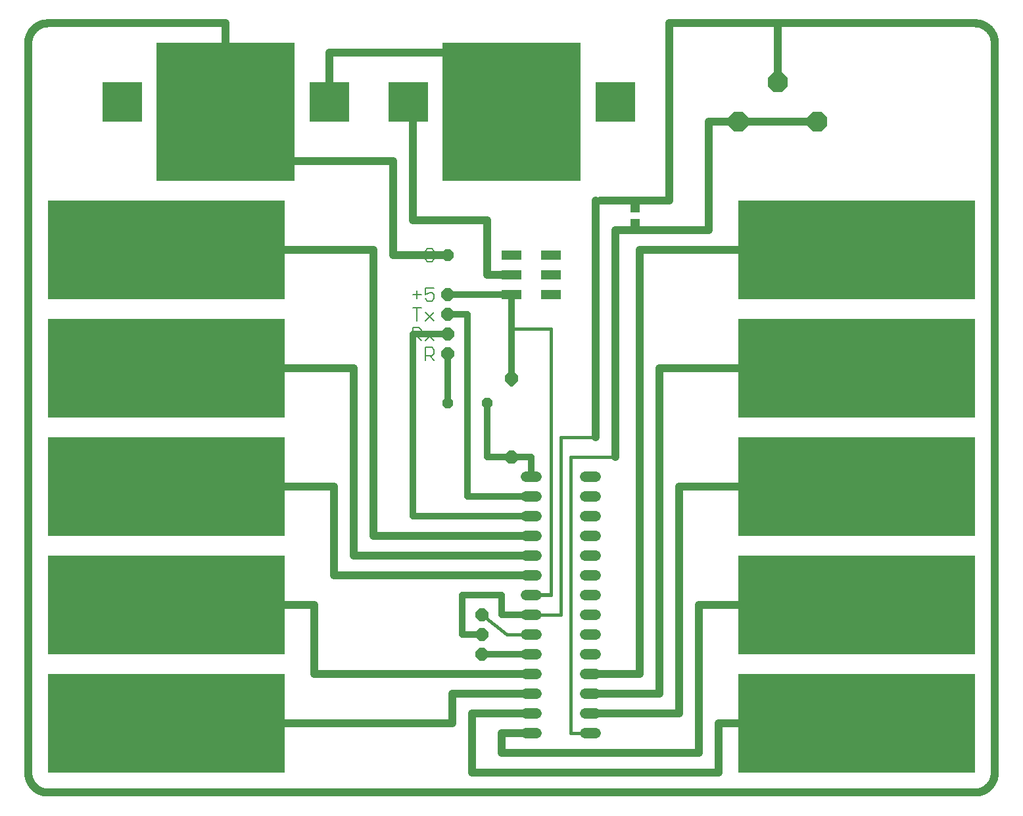
<source format=gbr>
G04 EAGLE Gerber RS-274X export*
G75*
%MOMM*%
%FSLAX34Y34*%
%LPD*%
%INTop Copper*%
%IPPOS*%
%AMOC8*
5,1,8,0,0,1.08239X$1,22.5*%
G01*
%ADD10R,30.480000X12.700000*%
%ADD11R,2.540000X1.270000*%
%ADD12C,0.152400*%
%ADD13R,17.780000X17.780000*%
%ADD14R,5.080000X5.080000*%
%ADD15C,1.320800*%
%ADD16P,1.429621X8X22.500000*%
%ADD17P,1.814519X8X112.500000*%
%ADD18R,1.200000X1.200000*%
%ADD19C,1.016000*%
%ADD20P,1.787026X8X22.500000*%
%ADD21C,0.812800*%
%ADD22C,0.406400*%
%ADD23P,2.749271X8X22.500000*%
%ADD24P,1.649562X8X22.500000*%
%ADD25C,0.508000*%


D10*
X190500Y711200D03*
X190500Y558800D03*
X190500Y406400D03*
X190500Y254000D03*
X190500Y101600D03*
X1079500Y711200D03*
X1079500Y558800D03*
X1079500Y406400D03*
X1079500Y254000D03*
X1079500Y101600D03*
D11*
X685800Y679450D03*
X685800Y654050D03*
X685800Y654050D03*
X635000Y679450D03*
X635000Y654050D03*
X685800Y704850D03*
X635000Y704850D03*
D12*
X524140Y585992D02*
X524140Y569722D01*
X524140Y585992D02*
X532275Y585992D01*
X534987Y583280D01*
X534987Y577857D01*
X532275Y575145D01*
X524140Y575145D01*
X529564Y575145D02*
X534987Y569722D01*
X507769Y595122D02*
X507769Y611392D01*
X515904Y611392D01*
X518615Y608680D01*
X518615Y603257D01*
X515904Y600545D01*
X507769Y600545D01*
X513192Y600545D02*
X518615Y595122D01*
X524140Y605969D02*
X534987Y595122D01*
X524140Y595122D02*
X534987Y605969D01*
X513192Y620522D02*
X513192Y636792D01*
X507769Y636792D02*
X518615Y636792D01*
X524140Y631369D02*
X534987Y620522D01*
X524140Y620522D02*
X534987Y631369D01*
X518615Y654057D02*
X507769Y654057D01*
X513192Y659480D02*
X513192Y648634D01*
X524140Y662192D02*
X534987Y662192D01*
X524140Y662192D02*
X524140Y654057D01*
X529564Y656769D01*
X532275Y656769D01*
X534987Y654057D01*
X534987Y648634D01*
X532275Y645922D01*
X526852Y645922D01*
X524140Y648634D01*
X534987Y710280D02*
X532275Y712992D01*
X526852Y712992D01*
X524140Y710280D01*
X524140Y699434D01*
X526852Y696722D01*
X532275Y696722D01*
X534987Y699434D01*
X534987Y704857D01*
X529564Y704857D01*
D13*
X635000Y889000D03*
X266700Y889000D03*
D14*
X400050Y901700D03*
X133350Y901700D03*
X768350Y901700D03*
X501650Y901700D03*
D15*
X653796Y419100D02*
X667004Y419100D01*
X667004Y393700D02*
X653796Y393700D01*
X653796Y368300D02*
X667004Y368300D01*
X667004Y342900D02*
X653796Y342900D01*
X653796Y317500D02*
X667004Y317500D01*
X667004Y292100D02*
X653796Y292100D01*
X653796Y266700D02*
X667004Y266700D01*
X667004Y241300D02*
X653796Y241300D01*
X653796Y215900D02*
X667004Y215900D01*
X667004Y190500D02*
X653796Y190500D01*
X653796Y165100D02*
X667004Y165100D01*
X667004Y139700D02*
X653796Y139700D01*
X653796Y114300D02*
X667004Y114300D01*
X667004Y88900D02*
X653796Y88900D01*
X729996Y88900D02*
X743204Y88900D01*
X743204Y114300D02*
X729996Y114300D01*
X729996Y139700D02*
X743204Y139700D01*
X743204Y165100D02*
X729996Y165100D01*
X729996Y190500D02*
X743204Y190500D01*
X743204Y215900D02*
X729996Y215900D01*
X729996Y241300D02*
X743204Y241300D01*
X743204Y266700D02*
X729996Y266700D01*
X729996Y292100D02*
X743204Y292100D01*
X743204Y317500D02*
X729996Y317500D01*
X729996Y342900D02*
X743204Y342900D01*
X743204Y368300D02*
X729996Y368300D01*
X729996Y393700D02*
X743204Y393700D01*
X743204Y419100D02*
X729996Y419100D01*
D16*
X552450Y514350D03*
X603250Y514350D03*
D17*
X635000Y444500D03*
X635000Y546100D03*
D18*
X793750Y766150D03*
X793750Y745150D03*
D19*
X660400Y342900D02*
X457200Y342900D01*
X457200Y711200D01*
X342900Y711200D01*
X431800Y317500D02*
X660400Y317500D01*
X431800Y317500D02*
X431800Y558800D01*
X342900Y558800D01*
X406400Y292100D02*
X660400Y292100D01*
X406400Y292100D02*
X406400Y406400D01*
X342900Y406400D01*
X381000Y165100D02*
X660400Y165100D01*
X381000Y165100D02*
X381000Y254000D01*
X342900Y254000D01*
X558800Y139700D02*
X660400Y139700D01*
X558800Y139700D02*
X558800Y101600D01*
X342900Y101600D01*
X584200Y114300D02*
X660400Y114300D01*
X584200Y114300D02*
X584200Y38100D01*
X901700Y38100D01*
X901700Y101600D01*
X927100Y101600D01*
X660400Y88900D02*
X622300Y88900D01*
X622300Y63500D01*
X876300Y63500D01*
X876300Y254000D01*
X927100Y254000D01*
X850900Y114300D02*
X736600Y114300D01*
X850900Y114300D02*
X850900Y406400D01*
X927100Y406400D01*
X800100Y165100D02*
X736600Y165100D01*
X800100Y165100D02*
X800100Y711200D01*
X927100Y711200D01*
X825500Y139700D02*
X736600Y139700D01*
X825500Y139700D02*
X825500Y558800D01*
X927100Y558800D01*
D20*
X596900Y190500D03*
D21*
X660400Y190500D01*
D22*
X660400Y215900D02*
X628650Y215900D01*
D20*
X596900Y241300D03*
D22*
X628650Y215900D01*
X711200Y444500D02*
X768350Y444500D01*
D19*
X768350Y736600D01*
D22*
X736600Y88900D02*
X711200Y88900D01*
X711200Y444500D01*
D19*
X768350Y736600D02*
X889000Y736600D01*
X889000Y876300D01*
D23*
X927100Y876300D03*
D19*
X889000Y876300D01*
D23*
X1028700Y876300D03*
D19*
X927100Y876300D01*
D24*
X552450Y704850D03*
D19*
X482600Y704850D01*
X482600Y825500D01*
X355600Y825500D01*
D22*
X660400Y241300D02*
X698500Y241300D01*
D21*
X660400Y241300D02*
X622300Y241300D01*
X622300Y266700D01*
D20*
X596900Y215900D03*
D21*
X622300Y266700D02*
X571500Y266700D01*
X571500Y215900D01*
X596900Y215900D01*
D22*
X698500Y241300D02*
X698500Y469900D01*
X742950Y469900D01*
D19*
X742950Y774700D01*
D25*
X749300Y774700D01*
D19*
X838200Y774700D01*
X838200Y1003300D01*
X977900Y1003300D01*
D23*
X977900Y927100D03*
D19*
X977900Y1003300D01*
X1231900Y1003300D01*
X1232514Y1003293D01*
X1233127Y1003270D01*
X1233740Y1003233D01*
X1234351Y1003181D01*
X1234962Y1003115D01*
X1235570Y1003033D01*
X1236176Y1002937D01*
X1236780Y1002827D01*
X1237381Y1002702D01*
X1237979Y1002562D01*
X1238573Y1002408D01*
X1239163Y1002239D01*
X1239749Y1002057D01*
X1240330Y1001860D01*
X1240907Y1001649D01*
X1241478Y1001425D01*
X1242044Y1001187D01*
X1242604Y1000935D01*
X1243157Y1000669D01*
X1243704Y1000391D01*
X1244244Y1000099D01*
X1244777Y999794D01*
X1245302Y999476D01*
X1245820Y999146D01*
X1246329Y998804D01*
X1246830Y998449D01*
X1247322Y998082D01*
X1247805Y997704D01*
X1248279Y997314D01*
X1248743Y996912D01*
X1249198Y996500D01*
X1249642Y996076D01*
X1250076Y995642D01*
X1250500Y995198D01*
X1250912Y994743D01*
X1251314Y994279D01*
X1251704Y993805D01*
X1252082Y993322D01*
X1252449Y992830D01*
X1252804Y992329D01*
X1253146Y991820D01*
X1253476Y991302D01*
X1253794Y990777D01*
X1254099Y990244D01*
X1254391Y989704D01*
X1254669Y989157D01*
X1254935Y988604D01*
X1255187Y988044D01*
X1255425Y987478D01*
X1255649Y986907D01*
X1255860Y986330D01*
X1256057Y985749D01*
X1256239Y985163D01*
X1256408Y984573D01*
X1256562Y983979D01*
X1256702Y983381D01*
X1256827Y982780D01*
X1256937Y982176D01*
X1257033Y981570D01*
X1257115Y980962D01*
X1257181Y980351D01*
X1257233Y979740D01*
X1257270Y979127D01*
X1257293Y978514D01*
X1257300Y977900D01*
X1257300Y38100D01*
X1257293Y37486D01*
X1257270Y36873D01*
X1257233Y36260D01*
X1257181Y35649D01*
X1257115Y35038D01*
X1257033Y34430D01*
X1256937Y33824D01*
X1256827Y33220D01*
X1256702Y32619D01*
X1256562Y32021D01*
X1256408Y31427D01*
X1256239Y30837D01*
X1256057Y30251D01*
X1255860Y29670D01*
X1255649Y29093D01*
X1255425Y28522D01*
X1255187Y27956D01*
X1254935Y27396D01*
X1254669Y26843D01*
X1254391Y26296D01*
X1254099Y25756D01*
X1253794Y25223D01*
X1253476Y24698D01*
X1253146Y24180D01*
X1252804Y23671D01*
X1252449Y23170D01*
X1252082Y22678D01*
X1251704Y22195D01*
X1251314Y21721D01*
X1250912Y21257D01*
X1250500Y20802D01*
X1250076Y20358D01*
X1249642Y19924D01*
X1249198Y19500D01*
X1248743Y19088D01*
X1248279Y18686D01*
X1247805Y18296D01*
X1247322Y17918D01*
X1246830Y17551D01*
X1246329Y17196D01*
X1245820Y16854D01*
X1245302Y16524D01*
X1244777Y16206D01*
X1244244Y15901D01*
X1243704Y15609D01*
X1243157Y15331D01*
X1242604Y15065D01*
X1242044Y14813D01*
X1241478Y14575D01*
X1240907Y14351D01*
X1240330Y14140D01*
X1239749Y13943D01*
X1239163Y13761D01*
X1238573Y13592D01*
X1237979Y13438D01*
X1237381Y13298D01*
X1236780Y13173D01*
X1236176Y13063D01*
X1235570Y12967D01*
X1234962Y12885D01*
X1234351Y12819D01*
X1233740Y12767D01*
X1233127Y12730D01*
X1232514Y12707D01*
X1231900Y12700D01*
X38100Y12700D01*
X37486Y12707D01*
X36873Y12730D01*
X36260Y12767D01*
X35649Y12819D01*
X35038Y12885D01*
X34430Y12967D01*
X33824Y13063D01*
X33220Y13173D01*
X32619Y13298D01*
X32021Y13438D01*
X31427Y13592D01*
X30837Y13761D01*
X30251Y13943D01*
X29670Y14140D01*
X29093Y14351D01*
X28522Y14575D01*
X27956Y14813D01*
X27396Y15065D01*
X26843Y15331D01*
X26296Y15609D01*
X25756Y15901D01*
X25223Y16206D01*
X24698Y16524D01*
X24180Y16854D01*
X23671Y17196D01*
X23170Y17551D01*
X22678Y17918D01*
X22195Y18296D01*
X21721Y18686D01*
X21257Y19088D01*
X20802Y19500D01*
X20358Y19924D01*
X19924Y20358D01*
X19500Y20802D01*
X19088Y21257D01*
X18686Y21721D01*
X18296Y22195D01*
X17918Y22678D01*
X17551Y23170D01*
X17196Y23671D01*
X16854Y24180D01*
X16524Y24698D01*
X16206Y25223D01*
X15901Y25756D01*
X15609Y26296D01*
X15331Y26843D01*
X15065Y27396D01*
X14813Y27956D01*
X14575Y28522D01*
X14351Y29093D01*
X14140Y29670D01*
X13943Y30251D01*
X13761Y30837D01*
X13592Y31427D01*
X13438Y32021D01*
X13298Y32619D01*
X13173Y33220D01*
X13063Y33824D01*
X12967Y34430D01*
X12885Y35038D01*
X12819Y35649D01*
X12767Y36260D01*
X12730Y36873D01*
X12707Y37486D01*
X12700Y38100D01*
X12700Y977900D01*
X12707Y978514D01*
X12730Y979127D01*
X12767Y979740D01*
X12819Y980351D01*
X12885Y980962D01*
X12967Y981570D01*
X13063Y982176D01*
X13173Y982780D01*
X13298Y983381D01*
X13438Y983979D01*
X13592Y984573D01*
X13761Y985163D01*
X13943Y985749D01*
X14140Y986330D01*
X14351Y986907D01*
X14575Y987478D01*
X14813Y988044D01*
X15065Y988604D01*
X15331Y989157D01*
X15609Y989704D01*
X15901Y990244D01*
X16206Y990777D01*
X16524Y991302D01*
X16854Y991820D01*
X17196Y992329D01*
X17551Y992830D01*
X17918Y993322D01*
X18296Y993805D01*
X18686Y994279D01*
X19088Y994743D01*
X19500Y995198D01*
X19924Y995642D01*
X20358Y996076D01*
X20802Y996500D01*
X21257Y996912D01*
X21721Y997314D01*
X22195Y997704D01*
X22678Y998082D01*
X23170Y998449D01*
X23671Y998804D01*
X24180Y999146D01*
X24698Y999476D01*
X25223Y999794D01*
X25756Y1000099D01*
X26296Y1000391D01*
X26843Y1000669D01*
X27396Y1000935D01*
X27956Y1001187D01*
X28522Y1001425D01*
X29093Y1001649D01*
X29670Y1001860D01*
X30251Y1002057D01*
X30837Y1002239D01*
X31427Y1002408D01*
X32021Y1002562D01*
X32619Y1002702D01*
X33220Y1002827D01*
X33824Y1002937D01*
X34430Y1003033D01*
X35038Y1003115D01*
X35649Y1003181D01*
X36260Y1003233D01*
X36873Y1003270D01*
X37486Y1003293D01*
X38100Y1003300D01*
X266700Y1003300D01*
X266700Y977900D01*
D21*
X635000Y654050D02*
X635000Y539750D01*
X635000Y654050D02*
X552450Y654050D01*
D20*
X552450Y654050D03*
X552450Y628650D03*
D21*
X577850Y393700D02*
X660400Y393700D01*
X577850Y628650D02*
X552450Y628650D01*
X577850Y628650D02*
X577850Y393700D01*
D19*
X603250Y679450D02*
X603250Y749300D01*
X603250Y679450D02*
X628650Y679450D01*
X603250Y749300D02*
X508000Y749300D01*
X508000Y876300D01*
D20*
X552450Y603250D03*
D21*
X508000Y603250D01*
X508000Y368300D01*
X660400Y368300D01*
X660400Y419100D02*
X660400Y444500D01*
X635000Y444500D01*
X603250Y444500D02*
X603250Y514350D01*
X603250Y444500D02*
X635000Y444500D01*
D25*
X660400Y266700D02*
X685800Y266700D01*
D22*
X685800Y609600D01*
D21*
X635000Y609600D02*
X635000Y546100D01*
D22*
X635000Y609600D02*
X685800Y609600D01*
D20*
X552450Y577850D03*
D21*
X552450Y514350D01*
D19*
X400050Y927100D02*
X400050Y965200D01*
X546100Y965200D01*
M02*

</source>
